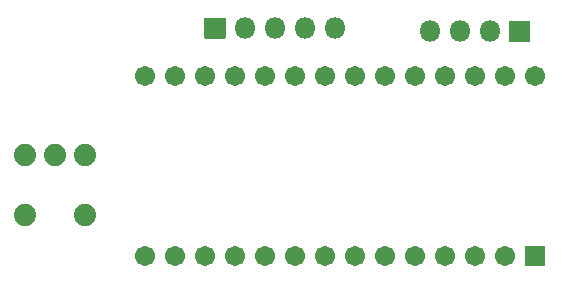
<source format=gbr>
G04 #@! TF.GenerationSoftware,KiCad,Pcbnew,(5.1.9-0-10_14)*
G04 #@! TF.CreationDate,2021-07-01T12:37:05-04:00*
G04 #@! TF.ProjectId,ebike_LED,6562696b-655f-44c4-9544-2e6b69636164,rev?*
G04 #@! TF.SameCoordinates,Original*
G04 #@! TF.FileFunction,Soldermask,Top*
G04 #@! TF.FilePolarity,Negative*
%FSLAX46Y46*%
G04 Gerber Fmt 4.6, Leading zero omitted, Abs format (unit mm)*
G04 Created by KiCad (PCBNEW (5.1.9-0-10_14)) date 2021-07-01 12:37:05*
%MOMM*%
%LPD*%
G01*
G04 APERTURE LIST*
%ADD10C,1.880000*%
%ADD11O,1.802000X1.802000*%
%ADD12C,1.702000*%
G04 APERTURE END LIST*
D10*
X35325000Y-51818000D03*
X40405000Y-51818000D03*
X35325000Y-46738000D03*
X37865000Y-46738000D03*
X40405000Y-46738000D03*
D11*
X61595000Y-36040000D03*
X59055000Y-36040000D03*
X56515000Y-36040000D03*
X53975000Y-36040000D03*
G36*
G01*
X52285000Y-36941000D02*
X50585000Y-36941000D01*
G75*
G02*
X50534000Y-36890000I0J51000D01*
G01*
X50534000Y-35190000D01*
G75*
G02*
X50585000Y-35139000I51000J0D01*
G01*
X52285000Y-35139000D01*
G75*
G02*
X52336000Y-35190000I0J-51000D01*
G01*
X52336000Y-36890000D01*
G75*
G02*
X52285000Y-36941000I-51000J0D01*
G01*
G37*
G36*
G01*
X79381000Y-54490000D02*
X79381000Y-56090000D01*
G75*
G02*
X79330000Y-56141000I-51000J0D01*
G01*
X77730000Y-56141000D01*
G75*
G02*
X77679000Y-56090000I0J51000D01*
G01*
X77679000Y-54490000D01*
G75*
G02*
X77730000Y-54439000I51000J0D01*
G01*
X79330000Y-54439000D01*
G75*
G02*
X79381000Y-54490000I0J-51000D01*
G01*
G37*
D12*
X75990000Y-55290000D03*
X73450000Y-55290000D03*
X70910000Y-55290000D03*
X68370000Y-55290000D03*
X65830000Y-55290000D03*
X63290000Y-55290000D03*
X60750000Y-55290000D03*
X58210000Y-55290000D03*
X55670000Y-55290000D03*
X53130000Y-55290000D03*
X50590000Y-55290000D03*
X48050000Y-55290000D03*
X78530000Y-40050000D03*
X75990000Y-40050000D03*
X73450000Y-40050000D03*
X70910000Y-40050000D03*
X68370000Y-40050000D03*
X65830000Y-40050000D03*
X63290000Y-40050000D03*
X60750000Y-40050000D03*
X58210000Y-40050000D03*
X55670000Y-40050000D03*
X53130000Y-40050000D03*
X50590000Y-40050000D03*
X48050000Y-40050000D03*
X45510000Y-55290000D03*
X45510000Y-40050000D03*
D11*
X69621400Y-36296600D03*
X72161400Y-36296600D03*
X74701400Y-36296600D03*
G36*
G01*
X76391400Y-35395600D02*
X78091400Y-35395600D01*
G75*
G02*
X78142400Y-35446600I0J-51000D01*
G01*
X78142400Y-37146600D01*
G75*
G02*
X78091400Y-37197600I-51000J0D01*
G01*
X76391400Y-37197600D01*
G75*
G02*
X76340400Y-37146600I0J51000D01*
G01*
X76340400Y-35446600D01*
G75*
G02*
X76391400Y-35395600I51000J0D01*
G01*
G37*
M02*

</source>
